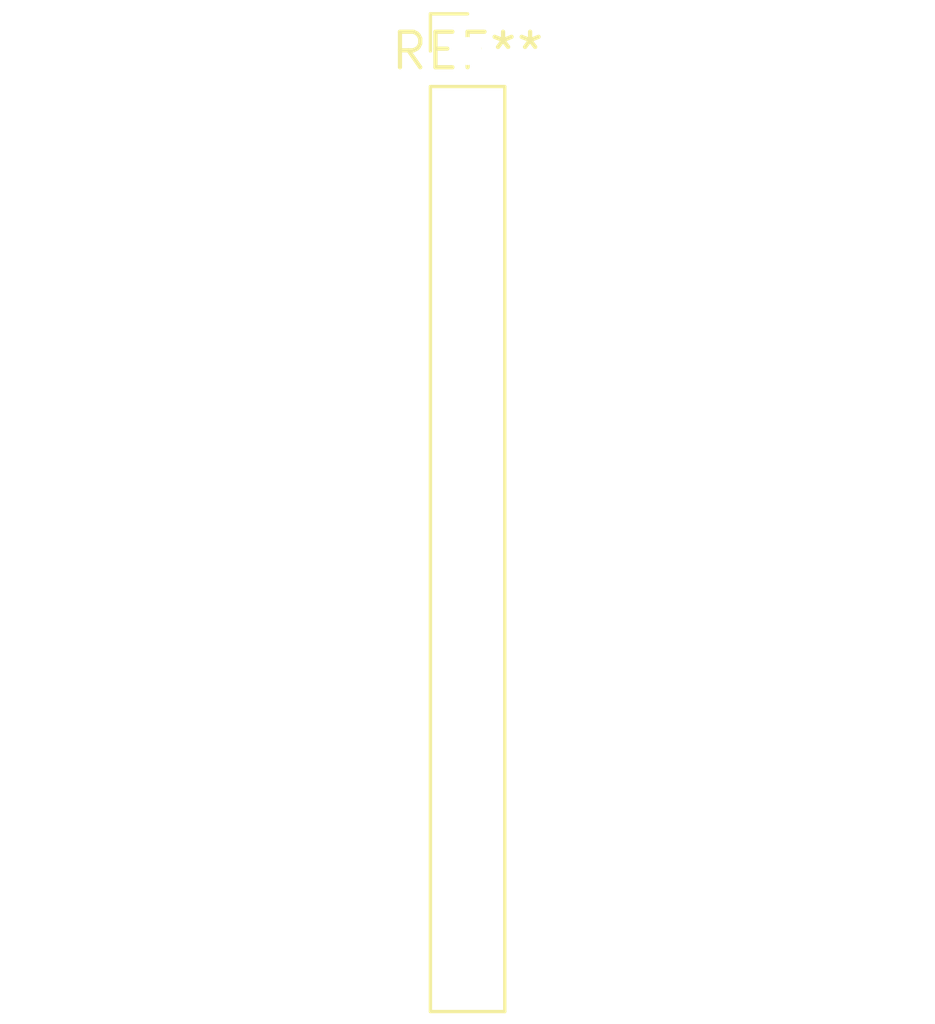
<source format=kicad_pcb>
(kicad_pcb (version 20240108) (generator pcbnew)
  (layers (0 "F.Cu" signal) (31 "B.Cu" signal) (34 "B.Paste" user) (35 "F.Paste" user) (36 "B.SilkS" user "B.Silkscreen") (37 "F.SilkS" user "F.Silkscreen") (38 "B.Mask" user) (39 "F.Mask" user) (44 "Edge.Cuts" user))
  (net 0 "")
  (footprint "PinHeader_1x14_P2.54mm_Vertical" (layer "F.Cu") (at 0 0)
    (property "Reference" "REF**")
    (property "Value" "PinHeader_1x14_P2.54mm_Vertical")
    (fp_line (start -1.33 -1.33) (end 0 -1.33) (layer "F.SilkS") (stroke (width 0.12)))
    (fp_line (start -1.33 0) (end -1.33 -1.33) (layer "F.SilkS") (stroke (width 0.12)))
    (fp_line (start -1.33 1.27) (end -1.33 34.35) (layer "F.SilkS") (stroke (width 0.12)))
    (fp_line (start -1.33 1.27) (end 1.33 1.27) (layer "F.SilkS") (stroke (width 0.12)))
    (fp_line (start -1.33 34.35) (end 1.33 34.35) (layer "F.SilkS") (stroke (width 0.12)))
    (fp_line (start 1.33 1.27) (end 1.33 34.35) (layer "F.SilkS") (stroke (width 0.12)))
    (pad "1" thru_hole rect (at 0 0) (size 1.7 1.7) (drill 1) (layers *.Cu *.Mask) (remove_unused_layers))
    (pad "2" thru_hole oval (at 0 2.54) (size 1.7 1.7) (drill 1) (layers *.Cu *.Mask) (remove_unused_layers))
    (pad "3" thru_hole oval (at 0 5.08) (size 1.7 1.7) (drill 1) (layers *.Cu *.Mask) (remove_unused_layers))
    (pad "4" thru_hole oval (at 0 7.62) (size 1.7 1.7) (drill 1) (layers *.Cu *.Mask) (remove_unused_layers))
    (pad "5" thru_hole oval (at 0 10.16) (size 1.7 1.7) (drill 1) (layers *.Cu *.Mask) (remove_unused_layers))
    (pad "6" thru_hole oval (at 0 12.7) (size 1.7 1.7) (drill 1) (layers *.Cu *.Mask) (remove_unused_layers))
    (pad "7" thru_hole oval (at 0 15.24) (size 1.7 1.7) (drill 1) (layers *.Cu *.Mask) (remove_unused_layers))
    (pad "8" thru_hole oval (at 0 17.78) (size 1.7 1.7) (drill 1) (layers *.Cu *.Mask) (remove_unused_layers))
    (pad "9" thru_hole oval (at 0 20.32) (size 1.7 1.7) (drill 1) (layers *.Cu *.Mask) (remove_unused_layers))
    (pad "10" thru_hole oval (at 0 22.86) (size 1.7 1.7) (drill 1) (layers *.Cu *.Mask) (remove_unused_layers))
    (pad "11" thru_hole oval (at 0 25.4) (size 1.7 1.7) (drill 1) (layers *.Cu *.Mask) (remove_unused_layers))
    (pad "12" thru_hole oval (at 0 27.94) (size 1.7 1.7) (drill 1) (layers *.Cu *.Mask) (remove_unused_layers))
    (pad "13" thru_hole oval (at 0 30.48) (size 1.7 1.7) (drill 1) (layers *.Cu *.Mask) (remove_unused_layers))
    (pad "14" thru_hole oval (at 0 33.02) (size 1.7 1.7) (drill 1) (layers *.Cu *.Mask) (remove_unused_layers))
  )
)
</source>
